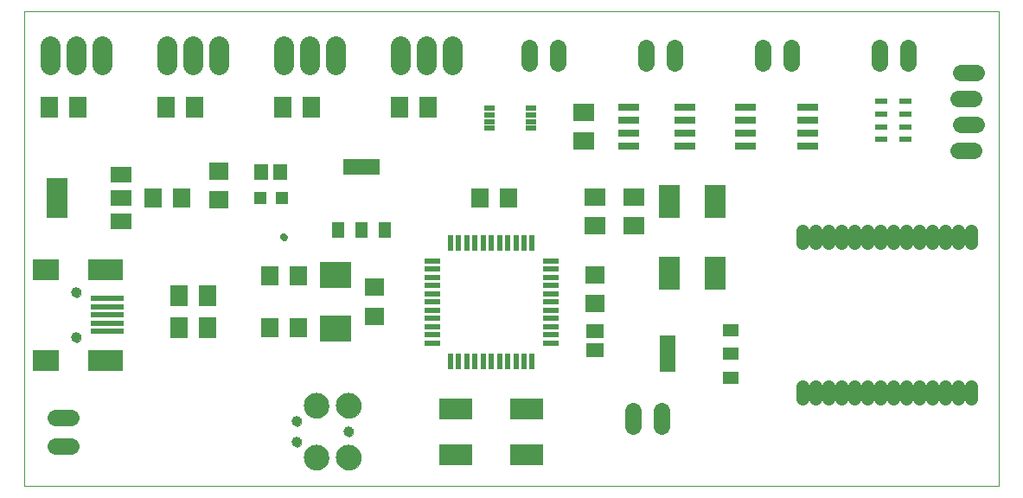
<source format=gts>
G75*
%MOIN*%
%OFA0B0*%
%FSLAX24Y24*%
%IPPOS*%
%LPD*%
%AMOC8*
5,1,8,0,0,1.08239X$1,22.5*
%
%ADD10C,0.0000*%
%ADD11C,0.0276*%
%ADD12R,0.0512X0.0512*%
%ADD13R,0.0552X0.0631*%
%ADD14R,0.0749X0.0670*%
%ADD15C,0.0390*%
%ADD16C,0.0975*%
%ADD17R,0.0237X0.0631*%
%ADD18R,0.0631X0.0237*%
%ADD19R,0.1290X0.0790*%
%ADD20R,0.0670X0.0749*%
%ADD21R,0.0750X0.0670*%
%ADD22R,0.0670X0.0552*%
%ADD23R,0.1221X0.1024*%
%ADD24R,0.1024X0.0827*%
%ADD25R,0.1339X0.0827*%
%ADD26R,0.1260X0.0237*%
%ADD27C,0.0394*%
%ADD28R,0.0670X0.0827*%
%ADD29R,0.0830X0.0630*%
%ADD30R,0.0830X0.1540*%
%ADD31C,0.0516*%
%ADD32R,0.0790X0.1290*%
%ADD33C,0.0640*%
%ADD34R,0.0827X0.0670*%
%ADD35R,0.0840X0.0300*%
%ADD36R,0.0512X0.0237*%
%ADD37R,0.0591X0.0512*%
%ADD38R,0.0591X0.1418*%
%ADD39R,0.0512X0.0591*%
%ADD40R,0.1418X0.0591*%
%ADD41C,0.0780*%
%ADD42R,0.0434X0.0217*%
D10*
X003100Y000100D02*
X003100Y018396D01*
X040670Y018396D01*
X040670Y000100D01*
X003100Y000100D01*
X004923Y005834D02*
X004925Y005860D01*
X004931Y005886D01*
X004941Y005911D01*
X004954Y005934D01*
X004970Y005954D01*
X004990Y005972D01*
X005012Y005987D01*
X005035Y005999D01*
X005061Y006007D01*
X005087Y006011D01*
X005113Y006011D01*
X005139Y006007D01*
X005165Y005999D01*
X005189Y005987D01*
X005210Y005972D01*
X005230Y005954D01*
X005246Y005934D01*
X005259Y005911D01*
X005269Y005886D01*
X005275Y005860D01*
X005277Y005834D01*
X005275Y005808D01*
X005269Y005782D01*
X005259Y005757D01*
X005246Y005734D01*
X005230Y005714D01*
X005210Y005696D01*
X005188Y005681D01*
X005165Y005669D01*
X005139Y005661D01*
X005113Y005657D01*
X005087Y005657D01*
X005061Y005661D01*
X005035Y005669D01*
X005011Y005681D01*
X004990Y005696D01*
X004970Y005714D01*
X004954Y005734D01*
X004941Y005757D01*
X004931Y005782D01*
X004925Y005808D01*
X004923Y005834D01*
X004923Y007566D02*
X004925Y007592D01*
X004931Y007618D01*
X004941Y007643D01*
X004954Y007666D01*
X004970Y007686D01*
X004990Y007704D01*
X005012Y007719D01*
X005035Y007731D01*
X005061Y007739D01*
X005087Y007743D01*
X005113Y007743D01*
X005139Y007739D01*
X005165Y007731D01*
X005189Y007719D01*
X005210Y007704D01*
X005230Y007686D01*
X005246Y007666D01*
X005259Y007643D01*
X005269Y007618D01*
X005275Y007592D01*
X005277Y007566D01*
X005275Y007540D01*
X005269Y007514D01*
X005259Y007489D01*
X005246Y007466D01*
X005230Y007446D01*
X005210Y007428D01*
X005188Y007413D01*
X005165Y007401D01*
X005139Y007393D01*
X005113Y007389D01*
X005087Y007389D01*
X005061Y007393D01*
X005035Y007401D01*
X005011Y007413D01*
X004990Y007428D01*
X004970Y007446D01*
X004954Y007466D01*
X004941Y007489D01*
X004931Y007514D01*
X004925Y007540D01*
X004923Y007566D01*
X012982Y009700D02*
X012984Y009721D01*
X012990Y009741D01*
X012999Y009761D01*
X013011Y009778D01*
X013026Y009792D01*
X013044Y009804D01*
X013064Y009812D01*
X013084Y009817D01*
X013105Y009818D01*
X013126Y009815D01*
X013146Y009809D01*
X013165Y009798D01*
X013182Y009785D01*
X013195Y009769D01*
X013206Y009751D01*
X013214Y009731D01*
X013218Y009711D01*
X013218Y009689D01*
X013214Y009669D01*
X013206Y009649D01*
X013195Y009631D01*
X013182Y009615D01*
X013165Y009602D01*
X013146Y009591D01*
X013126Y009585D01*
X013105Y009582D01*
X013084Y009583D01*
X013064Y009588D01*
X013044Y009596D01*
X013026Y009608D01*
X013011Y009622D01*
X012999Y009639D01*
X012990Y009659D01*
X012984Y009679D01*
X012982Y009700D01*
X013883Y003200D02*
X013885Y003243D01*
X013891Y003286D01*
X013901Y003328D01*
X013915Y003369D01*
X013932Y003408D01*
X013953Y003446D01*
X013977Y003481D01*
X014005Y003515D01*
X014035Y003545D01*
X014069Y003573D01*
X014104Y003597D01*
X014142Y003618D01*
X014181Y003635D01*
X014222Y003649D01*
X014264Y003659D01*
X014307Y003665D01*
X014350Y003667D01*
X014393Y003665D01*
X014436Y003659D01*
X014478Y003649D01*
X014519Y003635D01*
X014558Y003618D01*
X014596Y003597D01*
X014631Y003573D01*
X014665Y003545D01*
X014695Y003515D01*
X014723Y003481D01*
X014747Y003446D01*
X014768Y003408D01*
X014785Y003369D01*
X014799Y003328D01*
X014809Y003286D01*
X014815Y003243D01*
X014817Y003200D01*
X014815Y003157D01*
X014809Y003114D01*
X014799Y003072D01*
X014785Y003031D01*
X014768Y002992D01*
X014747Y002954D01*
X014723Y002919D01*
X014695Y002885D01*
X014665Y002855D01*
X014631Y002827D01*
X014596Y002803D01*
X014558Y002782D01*
X014519Y002765D01*
X014478Y002751D01*
X014436Y002741D01*
X014393Y002735D01*
X014350Y002733D01*
X014307Y002735D01*
X014264Y002741D01*
X014222Y002751D01*
X014181Y002765D01*
X014142Y002782D01*
X014104Y002803D01*
X014069Y002827D01*
X014035Y002855D01*
X014005Y002885D01*
X013977Y002919D01*
X013953Y002954D01*
X013932Y002992D01*
X013915Y003031D01*
X013901Y003072D01*
X013891Y003114D01*
X013885Y003157D01*
X013883Y003200D01*
X013425Y002600D02*
X013427Y002626D01*
X013433Y002652D01*
X013442Y002676D01*
X013455Y002699D01*
X013472Y002719D01*
X013491Y002737D01*
X013513Y002752D01*
X013536Y002763D01*
X013561Y002771D01*
X013587Y002775D01*
X013613Y002775D01*
X013639Y002771D01*
X013664Y002763D01*
X013688Y002752D01*
X013709Y002737D01*
X013728Y002719D01*
X013745Y002699D01*
X013758Y002676D01*
X013767Y002652D01*
X013773Y002626D01*
X013775Y002600D01*
X013773Y002574D01*
X013767Y002548D01*
X013758Y002524D01*
X013745Y002501D01*
X013728Y002481D01*
X013709Y002463D01*
X013687Y002448D01*
X013664Y002437D01*
X013639Y002429D01*
X013613Y002425D01*
X013587Y002425D01*
X013561Y002429D01*
X013536Y002437D01*
X013512Y002448D01*
X013491Y002463D01*
X013472Y002481D01*
X013455Y002501D01*
X013442Y002524D01*
X013433Y002548D01*
X013427Y002574D01*
X013425Y002600D01*
X013425Y001800D02*
X013427Y001826D01*
X013433Y001852D01*
X013442Y001876D01*
X013455Y001899D01*
X013472Y001919D01*
X013491Y001937D01*
X013513Y001952D01*
X013536Y001963D01*
X013561Y001971D01*
X013587Y001975D01*
X013613Y001975D01*
X013639Y001971D01*
X013664Y001963D01*
X013688Y001952D01*
X013709Y001937D01*
X013728Y001919D01*
X013745Y001899D01*
X013758Y001876D01*
X013767Y001852D01*
X013773Y001826D01*
X013775Y001800D01*
X013773Y001774D01*
X013767Y001748D01*
X013758Y001724D01*
X013745Y001701D01*
X013728Y001681D01*
X013709Y001663D01*
X013687Y001648D01*
X013664Y001637D01*
X013639Y001629D01*
X013613Y001625D01*
X013587Y001625D01*
X013561Y001629D01*
X013536Y001637D01*
X013512Y001648D01*
X013491Y001663D01*
X013472Y001681D01*
X013455Y001701D01*
X013442Y001724D01*
X013433Y001748D01*
X013427Y001774D01*
X013425Y001800D01*
X013883Y001200D02*
X013885Y001243D01*
X013891Y001286D01*
X013901Y001328D01*
X013915Y001369D01*
X013932Y001408D01*
X013953Y001446D01*
X013977Y001481D01*
X014005Y001515D01*
X014035Y001545D01*
X014069Y001573D01*
X014104Y001597D01*
X014142Y001618D01*
X014181Y001635D01*
X014222Y001649D01*
X014264Y001659D01*
X014307Y001665D01*
X014350Y001667D01*
X014393Y001665D01*
X014436Y001659D01*
X014478Y001649D01*
X014519Y001635D01*
X014558Y001618D01*
X014596Y001597D01*
X014631Y001573D01*
X014665Y001545D01*
X014695Y001515D01*
X014723Y001481D01*
X014747Y001446D01*
X014768Y001408D01*
X014785Y001369D01*
X014799Y001328D01*
X014809Y001286D01*
X014815Y001243D01*
X014817Y001200D01*
X014815Y001157D01*
X014809Y001114D01*
X014799Y001072D01*
X014785Y001031D01*
X014768Y000992D01*
X014747Y000954D01*
X014723Y000919D01*
X014695Y000885D01*
X014665Y000855D01*
X014631Y000827D01*
X014596Y000803D01*
X014558Y000782D01*
X014519Y000765D01*
X014478Y000751D01*
X014436Y000741D01*
X014393Y000735D01*
X014350Y000733D01*
X014307Y000735D01*
X014264Y000741D01*
X014222Y000751D01*
X014181Y000765D01*
X014142Y000782D01*
X014104Y000803D01*
X014069Y000827D01*
X014035Y000855D01*
X014005Y000885D01*
X013977Y000919D01*
X013953Y000954D01*
X013932Y000992D01*
X013915Y001031D01*
X013901Y001072D01*
X013891Y001114D01*
X013885Y001157D01*
X013883Y001200D01*
X015133Y001200D02*
X015135Y001243D01*
X015141Y001286D01*
X015151Y001328D01*
X015165Y001369D01*
X015182Y001408D01*
X015203Y001446D01*
X015227Y001481D01*
X015255Y001515D01*
X015285Y001545D01*
X015319Y001573D01*
X015354Y001597D01*
X015392Y001618D01*
X015431Y001635D01*
X015472Y001649D01*
X015514Y001659D01*
X015557Y001665D01*
X015600Y001667D01*
X015643Y001665D01*
X015686Y001659D01*
X015728Y001649D01*
X015769Y001635D01*
X015808Y001618D01*
X015846Y001597D01*
X015881Y001573D01*
X015915Y001545D01*
X015945Y001515D01*
X015973Y001481D01*
X015997Y001446D01*
X016018Y001408D01*
X016035Y001369D01*
X016049Y001328D01*
X016059Y001286D01*
X016065Y001243D01*
X016067Y001200D01*
X016065Y001157D01*
X016059Y001114D01*
X016049Y001072D01*
X016035Y001031D01*
X016018Y000992D01*
X015997Y000954D01*
X015973Y000919D01*
X015945Y000885D01*
X015915Y000855D01*
X015881Y000827D01*
X015846Y000803D01*
X015808Y000782D01*
X015769Y000765D01*
X015728Y000751D01*
X015686Y000741D01*
X015643Y000735D01*
X015600Y000733D01*
X015557Y000735D01*
X015514Y000741D01*
X015472Y000751D01*
X015431Y000765D01*
X015392Y000782D01*
X015354Y000803D01*
X015319Y000827D01*
X015285Y000855D01*
X015255Y000885D01*
X015227Y000919D01*
X015203Y000954D01*
X015182Y000992D01*
X015165Y001031D01*
X015151Y001072D01*
X015141Y001114D01*
X015135Y001157D01*
X015133Y001200D01*
X015425Y002200D02*
X015427Y002226D01*
X015433Y002252D01*
X015442Y002276D01*
X015455Y002299D01*
X015472Y002319D01*
X015491Y002337D01*
X015513Y002352D01*
X015536Y002363D01*
X015561Y002371D01*
X015587Y002375D01*
X015613Y002375D01*
X015639Y002371D01*
X015664Y002363D01*
X015688Y002352D01*
X015709Y002337D01*
X015728Y002319D01*
X015745Y002299D01*
X015758Y002276D01*
X015767Y002252D01*
X015773Y002226D01*
X015775Y002200D01*
X015773Y002174D01*
X015767Y002148D01*
X015758Y002124D01*
X015745Y002101D01*
X015728Y002081D01*
X015709Y002063D01*
X015687Y002048D01*
X015664Y002037D01*
X015639Y002029D01*
X015613Y002025D01*
X015587Y002025D01*
X015561Y002029D01*
X015536Y002037D01*
X015512Y002048D01*
X015491Y002063D01*
X015472Y002081D01*
X015455Y002101D01*
X015442Y002124D01*
X015433Y002148D01*
X015427Y002174D01*
X015425Y002200D01*
X015133Y003200D02*
X015135Y003243D01*
X015141Y003286D01*
X015151Y003328D01*
X015165Y003369D01*
X015182Y003408D01*
X015203Y003446D01*
X015227Y003481D01*
X015255Y003515D01*
X015285Y003545D01*
X015319Y003573D01*
X015354Y003597D01*
X015392Y003618D01*
X015431Y003635D01*
X015472Y003649D01*
X015514Y003659D01*
X015557Y003665D01*
X015600Y003667D01*
X015643Y003665D01*
X015686Y003659D01*
X015728Y003649D01*
X015769Y003635D01*
X015808Y003618D01*
X015846Y003597D01*
X015881Y003573D01*
X015915Y003545D01*
X015945Y003515D01*
X015973Y003481D01*
X015997Y003446D01*
X016018Y003408D01*
X016035Y003369D01*
X016049Y003328D01*
X016059Y003286D01*
X016065Y003243D01*
X016067Y003200D01*
X016065Y003157D01*
X016059Y003114D01*
X016049Y003072D01*
X016035Y003031D01*
X016018Y002992D01*
X015997Y002954D01*
X015973Y002919D01*
X015945Y002885D01*
X015915Y002855D01*
X015881Y002827D01*
X015846Y002803D01*
X015808Y002782D01*
X015769Y002765D01*
X015728Y002751D01*
X015686Y002741D01*
X015643Y002735D01*
X015600Y002733D01*
X015557Y002735D01*
X015514Y002741D01*
X015472Y002751D01*
X015431Y002765D01*
X015392Y002782D01*
X015354Y002803D01*
X015319Y002827D01*
X015285Y002855D01*
X015255Y002885D01*
X015227Y002919D01*
X015203Y002954D01*
X015182Y002992D01*
X015165Y003031D01*
X015151Y003072D01*
X015141Y003114D01*
X015135Y003157D01*
X015133Y003200D01*
D11*
X013100Y009700D03*
D12*
X013013Y011200D03*
X012187Y011200D03*
D13*
X012226Y012200D03*
X012974Y012200D03*
D14*
X010600Y012251D03*
X010600Y011149D03*
X025100Y008251D03*
X025100Y007149D03*
D15*
X015600Y002200D03*
X013600Y001800D03*
X013600Y002600D03*
D16*
X014350Y003200D03*
X015600Y003200D03*
X015600Y001200D03*
X014350Y001200D03*
D17*
X019525Y004917D03*
X019840Y004917D03*
X020155Y004917D03*
X020470Y004917D03*
X020785Y004917D03*
X021100Y004917D03*
X021415Y004917D03*
X021730Y004917D03*
X022045Y004917D03*
X022360Y004917D03*
X022675Y004917D03*
X022675Y009483D03*
X022360Y009483D03*
X022045Y009483D03*
X021730Y009483D03*
X021415Y009483D03*
X021100Y009483D03*
X020785Y009483D03*
X020470Y009483D03*
X020155Y009483D03*
X019840Y009483D03*
X019525Y009483D03*
D18*
X018817Y008775D03*
X018817Y008460D03*
X018817Y008145D03*
X018817Y007830D03*
X018817Y007515D03*
X018817Y007200D03*
X018817Y006885D03*
X018817Y006570D03*
X018817Y006255D03*
X018817Y005940D03*
X018817Y005625D03*
X023383Y005625D03*
X023383Y005940D03*
X023383Y006255D03*
X023383Y006570D03*
X023383Y006885D03*
X023383Y007200D03*
X023383Y007515D03*
X023383Y007830D03*
X023383Y008145D03*
X023383Y008460D03*
X023383Y008775D03*
D19*
X022475Y003075D03*
X022475Y001325D03*
X019725Y001325D03*
X019725Y003075D03*
D20*
X013651Y006200D03*
X012549Y006200D03*
X012549Y008200D03*
X013651Y008200D03*
X009151Y011200D03*
X008049Y011200D03*
X020674Y011200D03*
X021776Y011200D03*
D21*
X016600Y007760D03*
X016600Y006640D03*
D22*
X025100Y006074D03*
X025100Y005326D03*
D23*
X015100Y006190D03*
X015100Y008249D03*
D24*
X003919Y008452D03*
X003919Y004948D03*
D25*
X006242Y004948D03*
X006242Y008452D03*
D26*
X006281Y007330D03*
X006281Y007015D03*
X006281Y006700D03*
X006281Y006385D03*
X006281Y006070D03*
D27*
X005100Y005834D03*
X005100Y007566D03*
D28*
X009049Y007450D03*
X010151Y007450D03*
X010151Y006200D03*
X009049Y006200D03*
X008549Y014700D03*
X009651Y014700D03*
X013049Y014700D03*
X014151Y014700D03*
X017549Y014700D03*
X018651Y014700D03*
X005151Y014700D03*
X004049Y014700D03*
D29*
X006840Y012110D03*
X006840Y011210D03*
X006840Y010310D03*
D30*
X004360Y011200D03*
D31*
X033100Y009938D02*
X033100Y009462D01*
X033600Y009462D02*
X033600Y009938D01*
X034100Y009938D02*
X034100Y009462D01*
X034600Y009462D02*
X034600Y009938D01*
X035100Y009938D02*
X035100Y009462D01*
X035600Y009462D02*
X035600Y009938D01*
X036100Y009938D02*
X036100Y009462D01*
X036600Y009462D02*
X036600Y009938D01*
X037100Y009938D02*
X037100Y009462D01*
X037600Y009462D02*
X037600Y009938D01*
X038100Y009938D02*
X038100Y009462D01*
X038600Y009462D02*
X038600Y009938D01*
X039100Y009938D02*
X039100Y009462D01*
X039600Y009462D02*
X039600Y009938D01*
X039600Y003938D02*
X039600Y003462D01*
X039100Y003462D02*
X039100Y003938D01*
X038600Y003938D02*
X038600Y003462D01*
X038100Y003462D02*
X038100Y003938D01*
X037600Y003938D02*
X037600Y003462D01*
X037100Y003462D02*
X037100Y003938D01*
X036600Y003938D02*
X036600Y003462D01*
X036100Y003462D02*
X036100Y003938D01*
X035600Y003938D02*
X035600Y003462D01*
X035100Y003462D02*
X035100Y003938D01*
X034600Y003938D02*
X034600Y003462D01*
X034100Y003462D02*
X034100Y003938D01*
X033600Y003938D02*
X033600Y003462D01*
X033100Y003462D02*
X033100Y003938D01*
D32*
X029725Y008325D03*
X027975Y008325D03*
X027975Y011075D03*
X029725Y011075D03*
D33*
X028150Y016400D02*
X028150Y017000D01*
X027050Y017000D02*
X027050Y016400D01*
X023650Y016400D02*
X023650Y017000D01*
X022550Y017000D02*
X022550Y016400D01*
X031550Y016400D02*
X031550Y017000D01*
X032650Y017000D02*
X032650Y016400D01*
X036050Y016400D02*
X036050Y017000D01*
X037150Y017000D02*
X037150Y016400D01*
X039180Y016040D02*
X039780Y016040D01*
X039680Y015040D02*
X039080Y015040D01*
X039180Y014040D02*
X039780Y014040D01*
X039680Y013040D02*
X039080Y013040D01*
X027650Y003000D02*
X027650Y002400D01*
X026550Y002400D02*
X026550Y003000D01*
X004900Y002750D02*
X004300Y002750D01*
X004300Y001650D02*
X004900Y001650D01*
D34*
X024660Y013409D03*
X024660Y014511D03*
X025100Y011251D03*
X025100Y010149D03*
X026600Y010149D03*
X026600Y011251D03*
D35*
X026390Y013200D03*
X026390Y013700D03*
X026390Y014200D03*
X026390Y014700D03*
X028560Y014700D03*
X028560Y014200D03*
X028560Y013700D03*
X028560Y013200D03*
X030890Y013200D03*
X030890Y013700D03*
X030890Y014200D03*
X030890Y014700D03*
X033310Y014700D03*
X033310Y014200D03*
X033310Y013700D03*
X033310Y013200D03*
D36*
X036128Y013462D03*
X036128Y013954D03*
X036128Y014446D03*
X036128Y014938D03*
X037072Y014938D03*
X037072Y014446D03*
X037072Y013954D03*
X037072Y013462D03*
D37*
X030320Y006110D03*
X030320Y005200D03*
X030320Y004290D03*
D38*
X027880Y005200D03*
D39*
X017010Y009980D03*
X016100Y009980D03*
X015190Y009980D03*
D40*
X016100Y012420D03*
D41*
X015100Y016330D02*
X015100Y017070D01*
X014100Y017070D02*
X014100Y016330D01*
X013100Y016330D02*
X013100Y017070D01*
X010600Y017070D02*
X010600Y016330D01*
X009600Y016330D02*
X009600Y017070D01*
X008600Y017070D02*
X008600Y016330D01*
X006100Y016330D02*
X006100Y017070D01*
X005100Y017070D02*
X005100Y016330D01*
X004100Y016330D02*
X004100Y017070D01*
X017600Y017070D02*
X017600Y016330D01*
X018600Y016330D02*
X018600Y017070D01*
X019600Y017070D02*
X019600Y016330D01*
D42*
X021013Y014664D03*
X021013Y014408D03*
X021013Y014152D03*
X021013Y013896D03*
X022627Y013896D03*
X022627Y014152D03*
X022627Y014408D03*
X022627Y014664D03*
M02*

</source>
